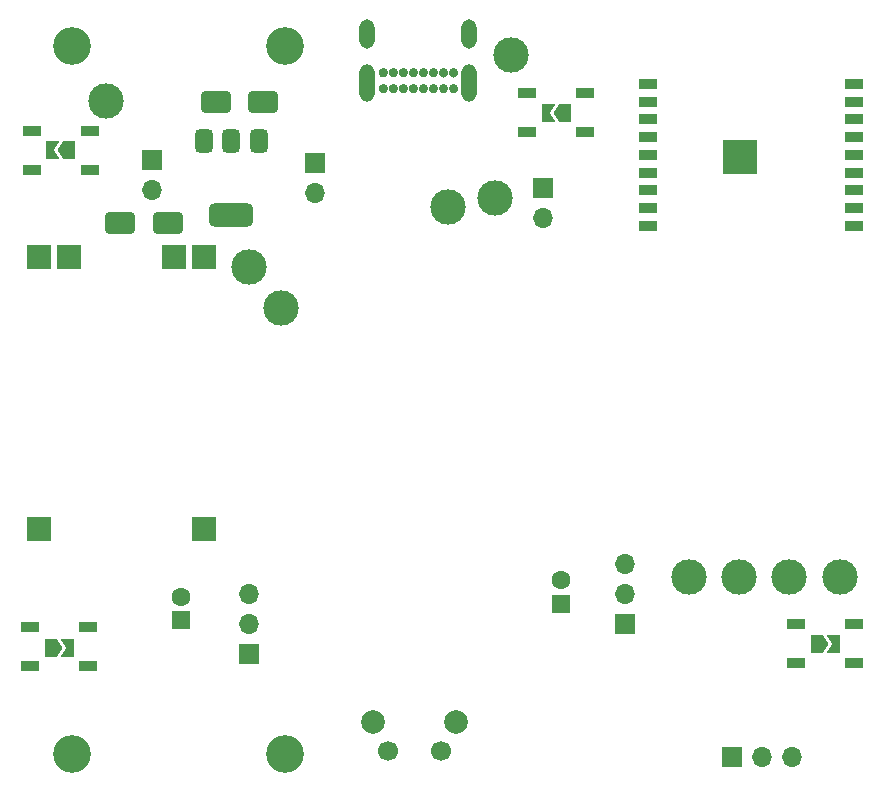
<source format=gbs>
%TF.GenerationSoftware,KiCad,Pcbnew,9.0.0*%
%TF.CreationDate,2025-03-29T02:07:02-04:00*%
%TF.ProjectId,SHERPENT20250113,53484552-5045-44e5-9432-303235303131,rev?*%
%TF.SameCoordinates,Original*%
%TF.FileFunction,Soldermask,Bot*%
%TF.FilePolarity,Negative*%
%FSLAX46Y46*%
G04 Gerber Fmt 4.6, Leading zero omitted, Abs format (unit mm)*
G04 Created by KiCad (PCBNEW 9.0.0) date 2025-03-29 02:07:02*
%MOMM*%
%LPD*%
G01*
G04 APERTURE LIST*
G04 Aperture macros list*
%AMRoundRect*
0 Rectangle with rounded corners*
0 $1 Rounding radius*
0 $2 $3 $4 $5 $6 $7 $8 $9 X,Y pos of 4 corners*
0 Add a 4 corners polygon primitive as box body*
4,1,4,$2,$3,$4,$5,$6,$7,$8,$9,$2,$3,0*
0 Add four circle primitives for the rounded corners*
1,1,$1+$1,$2,$3*
1,1,$1+$1,$4,$5*
1,1,$1+$1,$6,$7*
1,1,$1+$1,$8,$9*
0 Add four rect primitives between the rounded corners*
20,1,$1+$1,$2,$3,$4,$5,0*
20,1,$1+$1,$4,$5,$6,$7,0*
20,1,$1+$1,$6,$7,$8,$9,0*
20,1,$1+$1,$8,$9,$2,$3,0*%
%AMFreePoly0*
4,1,6,1.000000,0.000000,0.500000,-0.750000,-0.500000,-0.750000,-0.500000,0.750000,0.500000,0.750000,1.000000,0.000000,1.000000,0.000000,$1*%
%AMFreePoly1*
4,1,6,0.500000,-0.750000,-0.650000,-0.750000,-0.150000,0.000000,-0.650000,0.750000,0.500000,0.750000,0.500000,-0.750000,0.500000,-0.750000,$1*%
G04 Aperture macros list end*
%ADD10C,0.387500*%
%ADD11C,3.000000*%
%ADD12RoundRect,0.250000X-1.000000X-0.650000X1.000000X-0.650000X1.000000X0.650000X-1.000000X0.650000X0*%
%ADD13RoundRect,0.250000X1.000000X0.650000X-1.000000X0.650000X-1.000000X-0.650000X1.000000X-0.650000X0*%
%ADD14C,3.200000*%
%ADD15R,1.700000X1.700000*%
%ADD16O,1.700000X1.700000*%
%ADD17R,1.600000X1.600000*%
%ADD18C,1.600000*%
%ADD19O,1.300000X2.500000*%
%ADD20O,1.300000X3.200000*%
%ADD21R,2.000000X2.000000*%
%ADD22C,1.700000*%
%ADD23C,2.000000*%
%ADD24FreePoly0,180.000000*%
%ADD25FreePoly1,180.000000*%
%ADD26RoundRect,0.090000X-0.660000X-0.360000X0.660000X-0.360000X0.660000X0.360000X-0.660000X0.360000X0*%
%ADD27RoundRect,0.375000X-0.375000X0.625000X-0.375000X-0.625000X0.375000X-0.625000X0.375000X0.625000X0*%
%ADD28RoundRect,0.500000X-1.400000X0.500000X-1.400000X-0.500000X1.400000X-0.500000X1.400000X0.500000X0*%
%ADD29RoundRect,0.090000X0.660000X0.360000X-0.660000X0.360000X-0.660000X-0.360000X0.660000X-0.360000X0*%
%ADD30R,1.500000X0.900000*%
%ADD31C,0.600000*%
%ADD32R,2.900000X2.900000*%
%ADD33FreePoly0,0.000000*%
%ADD34FreePoly1,0.000000*%
G04 APERTURE END LIST*
D10*
X165548550Y-75299200D02*
G75*
G02*
X165161050Y-75299200I-193750J0D01*
G01*
X165161050Y-75299200D02*
G75*
G02*
X165548550Y-75299200I193750J0D01*
G01*
X165548550Y-76649200D02*
G75*
G02*
X165161050Y-76649200I-193750J0D01*
G01*
X165161050Y-76649200D02*
G75*
G02*
X165548550Y-76649200I193750J0D01*
G01*
X166398550Y-75299200D02*
G75*
G02*
X166011050Y-75299200I-193750J0D01*
G01*
X166011050Y-75299200D02*
G75*
G02*
X166398550Y-75299200I193750J0D01*
G01*
X166398550Y-76649200D02*
G75*
G02*
X166011050Y-76649200I-193750J0D01*
G01*
X166011050Y-76649200D02*
G75*
G02*
X166398550Y-76649200I193750J0D01*
G01*
X167248550Y-75299200D02*
G75*
G02*
X166861050Y-75299200I-193750J0D01*
G01*
X166861050Y-75299200D02*
G75*
G02*
X167248550Y-75299200I193750J0D01*
G01*
X167248550Y-76649200D02*
G75*
G02*
X166861050Y-76649200I-193750J0D01*
G01*
X166861050Y-76649200D02*
G75*
G02*
X167248550Y-76649200I193750J0D01*
G01*
X168098550Y-75299200D02*
G75*
G02*
X167711050Y-75299200I-193750J0D01*
G01*
X167711050Y-75299200D02*
G75*
G02*
X168098550Y-75299200I193750J0D01*
G01*
X168098550Y-76649200D02*
G75*
G02*
X167711050Y-76649200I-193750J0D01*
G01*
X167711050Y-76649200D02*
G75*
G02*
X168098550Y-76649200I193750J0D01*
G01*
X168948550Y-75299200D02*
G75*
G02*
X168561050Y-75299200I-193750J0D01*
G01*
X168561050Y-75299200D02*
G75*
G02*
X168948550Y-75299200I193750J0D01*
G01*
X168948550Y-76649200D02*
G75*
G02*
X168561050Y-76649200I-193750J0D01*
G01*
X168561050Y-76649200D02*
G75*
G02*
X168948550Y-76649200I193750J0D01*
G01*
X169798550Y-75299200D02*
G75*
G02*
X169411050Y-75299200I-193750J0D01*
G01*
X169411050Y-75299200D02*
G75*
G02*
X169798550Y-75299200I193750J0D01*
G01*
X169798550Y-76649200D02*
G75*
G02*
X169411050Y-76649200I-193750J0D01*
G01*
X169411050Y-76649200D02*
G75*
G02*
X169798550Y-76649200I193750J0D01*
G01*
X170648550Y-75299200D02*
G75*
G02*
X170261050Y-75299200I-193750J0D01*
G01*
X170261050Y-75299200D02*
G75*
G02*
X170648550Y-75299200I193750J0D01*
G01*
X170648550Y-76649200D02*
G75*
G02*
X170261050Y-76649200I-193750J0D01*
G01*
X170261050Y-76649200D02*
G75*
G02*
X170648550Y-76649200I193750J0D01*
G01*
X171498550Y-75299200D02*
G75*
G02*
X171111050Y-75299200I-193750J0D01*
G01*
X171111050Y-75299200D02*
G75*
G02*
X171498550Y-75299200I193750J0D01*
G01*
X171498550Y-76649200D02*
G75*
G02*
X171111050Y-76649200I-193750J0D01*
G01*
X171111050Y-76649200D02*
G75*
G02*
X171498550Y-76649200I193750J0D01*
G01*
D11*
X141900000Y-77700000D03*
X154009327Y-91736442D03*
D12*
X143100000Y-88000000D03*
X147100000Y-88000000D03*
D13*
X155200000Y-77800000D03*
X151200000Y-77800000D03*
D11*
X195500000Y-118000000D03*
D14*
X157000000Y-73000000D03*
D15*
X194920000Y-133200000D03*
D16*
X197460000Y-133200000D03*
X200000000Y-133200000D03*
D11*
X156700000Y-95200000D03*
D14*
X139000000Y-133000000D03*
D11*
X191250000Y-118000000D03*
X170800000Y-86700000D03*
D17*
X180400000Y-120255113D03*
D18*
X180400000Y-118255113D03*
D14*
X139000000Y-73000000D03*
D11*
X174800000Y-85900000D03*
D15*
X178900000Y-85025000D03*
D16*
X178900000Y-87565000D03*
D11*
X204000000Y-118000000D03*
D15*
X154000000Y-124540000D03*
D16*
X154000000Y-122000000D03*
X154000000Y-119460000D03*
D15*
X159600000Y-82925000D03*
D16*
X159600000Y-85465000D03*
D11*
X199750000Y-118010255D03*
D19*
X172649800Y-71999200D03*
X164009800Y-71999200D03*
D20*
X172649800Y-76149200D03*
X164009800Y-76149200D03*
D17*
X148200000Y-121655113D03*
D18*
X148200000Y-119655113D03*
D15*
X185860600Y-121979487D03*
D16*
X185860600Y-119439487D03*
X185860600Y-116899487D03*
D14*
X157000000Y-133000000D03*
D15*
X145800000Y-82725000D03*
D16*
X145800000Y-85265000D03*
D21*
X136187500Y-113912500D03*
X150187500Y-113912500D03*
X136187500Y-90912500D03*
X150187500Y-90912500D03*
X138727500Y-90912500D03*
X147647500Y-90912500D03*
D11*
X176200000Y-73800000D03*
D22*
X165750000Y-132750000D03*
X170250000Y-132750000D03*
D23*
X164500000Y-130250000D03*
X171500000Y-130250000D03*
D24*
X180725000Y-78700000D03*
D25*
X179275000Y-78700000D03*
D26*
X177550000Y-80350000D03*
X177550000Y-77050000D03*
X182450000Y-77050000D03*
X182450000Y-80350000D03*
D27*
X150200000Y-81050000D03*
X152500000Y-81050000D03*
X154800000Y-81050000D03*
D28*
X152500000Y-87350000D03*
D24*
X138750000Y-81800000D03*
D25*
X137300000Y-81800000D03*
D29*
X205242400Y-121975000D03*
X205242400Y-125275000D03*
X200342400Y-125275000D03*
X200342400Y-121975000D03*
X140340000Y-122265000D03*
X140340000Y-125565000D03*
X135440000Y-125565000D03*
X135440000Y-122265000D03*
D30*
X205250000Y-76250000D03*
X205250000Y-77750000D03*
X205250000Y-79250000D03*
X205250000Y-80750000D03*
X205250000Y-82250000D03*
X205250000Y-83750000D03*
X205250000Y-85250000D03*
X205250000Y-86750000D03*
X205250000Y-88250000D03*
X187750000Y-88250000D03*
X187750000Y-86750000D03*
X187750000Y-85250000D03*
X187750000Y-83750000D03*
X187750000Y-82250000D03*
X187750000Y-80750000D03*
X187750000Y-79250000D03*
X187750000Y-77750000D03*
X187750000Y-76250000D03*
D31*
X196640000Y-83000000D03*
X196640000Y-81900000D03*
X196090000Y-83550000D03*
X196090000Y-82450000D03*
X196090000Y-81350000D03*
X195540000Y-83000000D03*
D32*
X195540000Y-82450000D03*
D31*
X195540000Y-81900000D03*
X194990000Y-83550000D03*
X194990000Y-82450000D03*
X194990000Y-81350000D03*
X194440000Y-83000000D03*
X194440000Y-81900000D03*
D33*
X137200000Y-124000000D03*
D34*
X138650000Y-124000000D03*
D26*
X135600000Y-83500000D03*
X135600000Y-80200000D03*
X140500000Y-80200000D03*
X140500000Y-83500000D03*
D33*
X202067400Y-123625000D03*
D34*
X203517400Y-123625000D03*
M02*

</source>
